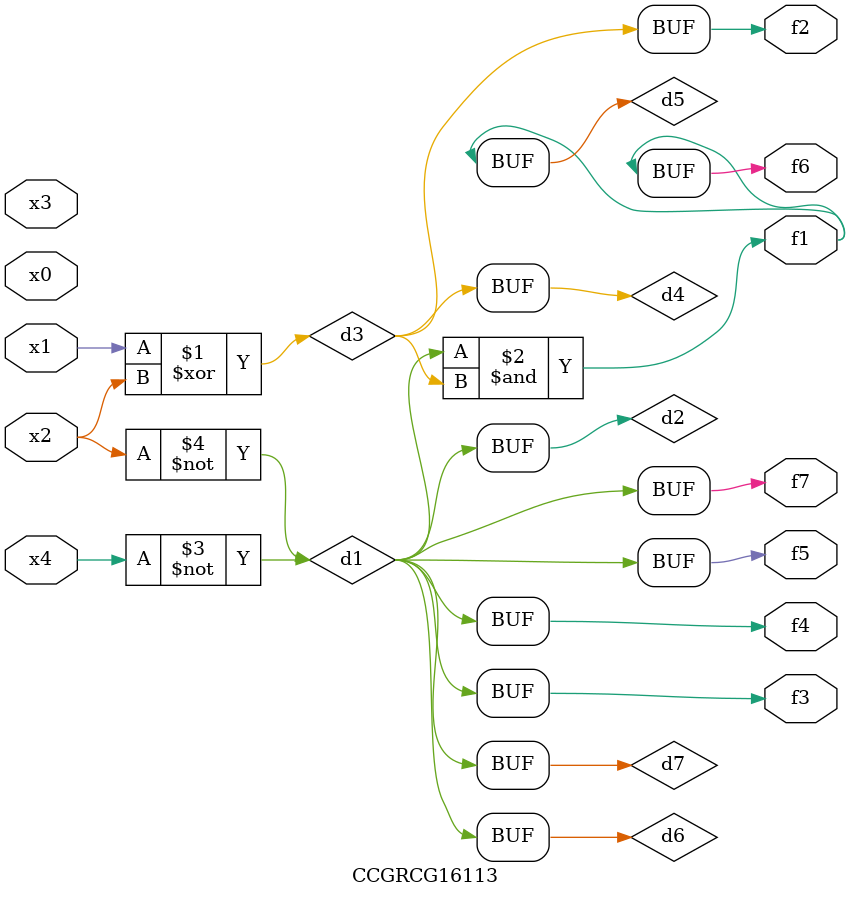
<source format=v>
module CCGRCG16113(
	input x0, x1, x2, x3, x4,
	output f1, f2, f3, f4, f5, f6, f7
);

	wire d1, d2, d3, d4, d5, d6, d7;

	not (d1, x4);
	not (d2, x2);
	xor (d3, x1, x2);
	buf (d4, d3);
	and (d5, d1, d3);
	buf (d6, d1, d2);
	buf (d7, d2);
	assign f1 = d5;
	assign f2 = d4;
	assign f3 = d7;
	assign f4 = d7;
	assign f5 = d7;
	assign f6 = d5;
	assign f7 = d7;
endmodule

</source>
